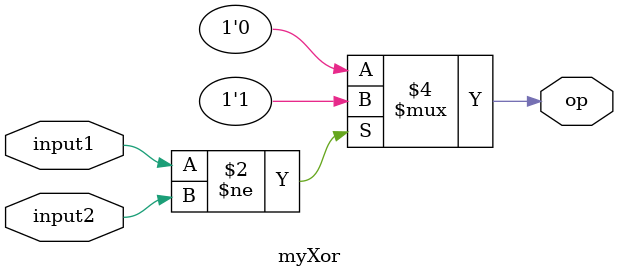
<source format=sv>
module myXor(input1, input2, op);
    input input1, input2;
    output reg op;
    
    always @(input1, input2)
    begin
        if (input1 != input2)
            op = 1;
        else
            op = 0;
    end
endmodule
</source>
